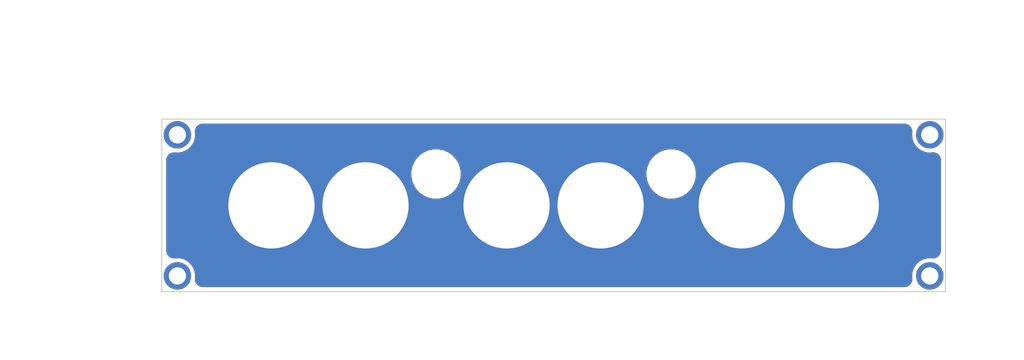
<source format=kicad_pcb>
(kicad_pcb (version 4) (host pcbnew 4.0.7)

  (general
    (links 5)
    (no_connects 0)
    (area 129.150001 100.3 263.85 147.700001)
    (thickness 1.6)
    (drawings 32)
    (tracks 0)
    (zones 0)
    (modules 12)
    (nets 2)
  )

  (page A4)
  (layers
    (0 F.Cu signal)
    (31 B.Cu signal)
    (36 B.SilkS user)
    (37 F.SilkS user)
    (38 B.Mask user)
    (39 F.Mask user)
    (41 Cmts.User user)
    (44 Edge.Cuts user)
  )

  (setup
    (last_trace_width 0.1524)
    (trace_clearance 0.1524)
    (zone_clearance 0.5)
    (zone_45_only no)
    (trace_min 0.1524)
    (segment_width 0.2)
    (edge_width 0.15)
    (via_size 0.6858)
    (via_drill 0.3302)
    (via_min_size 0.6858)
    (via_min_drill 0.3302)
    (uvia_size 0.6858)
    (uvia_drill 0.3302)
    (uvias_allowed no)
    (uvia_min_size 0.6858)
    (uvia_min_drill 0.3302)
    (pcb_text_width 0.3)
    (pcb_text_size 1.5 1.5)
    (mod_edge_width 0.15)
    (mod_text_size 1 1)
    (mod_text_width 0.15)
    (pad_size 1.524 1.524)
    (pad_drill 0.762)
    (pad_to_mask_clearance 0.2)
    (aux_axis_origin 0 0)
    (visible_elements 7FFFFFFF)
    (pcbplotparams
      (layerselection 0x010f0_80000001)
      (usegerberextensions false)
      (excludeedgelayer false)
      (linewidth 0.100000)
      (plotframeref false)
      (viasonmask true)
      (mode 1)
      (useauxorigin false)
      (hpglpennumber 1)
      (hpglpenspeed 20)
      (hpglpendiameter 15)
      (hpglpenoverlay 2)
      (psnegative false)
      (psa4output false)
      (plotreference true)
      (plotvalue false)
      (plotinvisibletext false)
      (padsonsilk true)
      (subtractmaskfromsilk false)
      (outputformat 4)
      (mirror false)
      (drillshape 2)
      (scaleselection 1)
      (outputdirectory PDF/))
  )

  (net 0 "")
  (net 1 shield)

  (net_class Default "This is the default net class."
    (clearance 0.1524)
    (trace_width 0.1524)
    (via_dia 0.6858)
    (via_drill 0.3302)
    (uvia_dia 0.6858)
    (uvia_drill 0.3302)
    (add_net shield)
  )

  (module Mounting_Holes:MountingHole_5.3mm_M5 (layer F.Cu) (tedit 5B432B3E) (tstamp 5B4329EF)
    (at 215 122)
    (descr "Mounting Hole 5.3mm, no annular, M5")
    (tags "mounting hole 5.3mm no annular m5")
    (attr virtual)
    (fp_text reference REF** (at 0 -8) (layer F.SilkS) hide
      (effects (font (size 1 1) (thickness 0.15)))
    )
    (fp_text value MountingHole_5.3mm_M5 (at 0 6.3) (layer F.Fab)
      (effects (font (size 1 1) (thickness 0.15)))
    )
    (fp_text user %R (at 0.3 0) (layer F.Fab)
      (effects (font (size 1 1) (thickness 0.15)))
    )
    (fp_circle (center 0 0) (end 5.3 0) (layer Cmts.User) (width 0.15))
    (fp_circle (center 0 0) (end 5.55 0) (layer F.CrtYd) (width 0.05))
    (pad 1 np_thru_hole circle (at 0 0) (size 5.3 5.3) (drill 5.3) (layers *.Cu *.Mask))
  )

  (module Mounting_Holes:MountingHole_2.2mm_M2_ISO7380_Pad (layer F.Cu) (tedit 5B432677) (tstamp 5B4322C8)
    (at 152 135)
    (descr "Mounting Hole 2.2mm, M2, ISO7380")
    (tags "mounting hole 2.2mm m2 iso7380")
    (attr virtual)
    (fp_text reference REF** (at 0 3) (layer F.SilkS) hide
      (effects (font (size 1 1) (thickness 0.15)))
    )
    (fp_text value MountingHole_2.2mm_M2_ISO7380_Pad (at 0 2.75) (layer F.Fab)
      (effects (font (size 1 1) (thickness 0.15)))
    )
    (fp_text user %R (at 0.3 0) (layer F.Fab)
      (effects (font (size 1 1) (thickness 0.15)))
    )
    (fp_circle (center 0 0) (end 1.75 0) (layer Cmts.User) (width 0.15))
    (fp_circle (center 0 0) (end 2 0) (layer F.CrtYd) (width 0.05))
    (pad 1 thru_hole circle (at 0 0) (size 3.5 3.5) (drill 2.2) (layers *.Cu *.Mask))
  )

  (module Mounting_Holes:MountingHole_2.2mm_M2_ISO7380_Pad (layer F.Cu) (tedit 5B43267E) (tstamp 5B4322B7)
    (at 152 117)
    (descr "Mounting Hole 2.2mm, M2, ISO7380")
    (tags "mounting hole 2.2mm m2 iso7380")
    (attr virtual)
    (fp_text reference REF** (at 0 -2.75) (layer F.SilkS) hide
      (effects (font (size 1 1) (thickness 0.15)))
    )
    (fp_text value MountingHole_2.2mm_M2_ISO7380_Pad (at 0 2.75) (layer F.Fab)
      (effects (font (size 1 1) (thickness 0.15)))
    )
    (fp_text user %R (at 0.3 0) (layer F.Fab)
      (effects (font (size 1 1) (thickness 0.15)))
    )
    (fp_circle (center 0 0) (end 1.75 0) (layer Cmts.User) (width 0.15))
    (fp_circle (center 0 0) (end 2 0) (layer F.CrtYd) (width 0.05))
    (pad 1 thru_hole circle (at 0 0) (size 3.5 3.5) (drill 2.2) (layers *.Cu *.Mask))
  )

  (module Mounting_Holes:MountingHole_2.2mm_M2_ISO7380_Pad (layer F.Cu) (tedit 5B432686) (tstamp 5B4322F4)
    (at 248 117)
    (descr "Mounting Hole 2.2mm, M2, ISO7380")
    (tags "mounting hole 2.2mm m2 iso7380")
    (attr virtual)
    (fp_text reference REF** (at 0 -2.75) (layer F.SilkS) hide
      (effects (font (size 1 1) (thickness 0.15)))
    )
    (fp_text value MountingHole_2.2mm_M2_ISO7380_Pad (at 0 2.75) (layer F.Fab)
      (effects (font (size 1 1) (thickness 0.15)))
    )
    (fp_text user %R (at 0.3 0) (layer F.Fab)
      (effects (font (size 1 1) (thickness 0.15)))
    )
    (fp_circle (center 0 0) (end 1.75 0) (layer Cmts.User) (width 0.15))
    (fp_circle (center 0 0) (end 2 0) (layer F.CrtYd) (width 0.05))
    (pad 1 thru_hole circle (at 0 0) (size 3.5 3.5) (drill 2.2) (layers *.Cu *.Mask))
  )

  (module Mounting_Holes:MountingHole_2.2mm_M2_ISO7380_Pad (layer F.Cu) (tedit 5B43268D) (tstamp 5B4322FC)
    (at 248 135)
    (descr "Mounting Hole 2.2mm, M2, ISO7380")
    (tags "mounting hole 2.2mm m2 iso7380")
    (attr virtual)
    (fp_text reference REF** (at 0 3) (layer F.SilkS) hide
      (effects (font (size 1 1) (thickness 0.15)))
    )
    (fp_text value MountingHole_2.2mm_M2_ISO7380_Pad (at 0 2.75) (layer F.Fab)
      (effects (font (size 1 1) (thickness 0.15)))
    )
    (fp_text user %R (at 0.3 0) (layer F.Fab)
      (effects (font (size 1 1) (thickness 0.15)))
    )
    (fp_circle (center 0 0) (end 1.75 0) (layer Cmts.User) (width 0.15))
    (fp_circle (center 0 0) (end 2 0) (layer F.CrtYd) (width 0.05))
    (pad 1 thru_hole circle (at 0 0) (size 3.5 3.5) (drill 2.2) (layers *.Cu *.Mask))
  )

  (module Mounting_Holes:MountingHole_5.3mm_M5 (layer F.Cu) (tedit 5B432B32) (tstamp 5B4329D2)
    (at 185 122)
    (descr "Mounting Hole 5.3mm, no annular, M5")
    (tags "mounting hole 5.3mm no annular m5")
    (attr virtual)
    (fp_text reference REF** (at 0 -8) (layer F.SilkS) hide
      (effects (font (size 1 1) (thickness 0.15)))
    )
    (fp_text value MountingHole_5.3mm_M5 (at 0 6.3) (layer F.Fab)
      (effects (font (size 1 1) (thickness 0.15)))
    )
    (fp_text user %R (at 0.3 0) (layer F.Fab)
      (effects (font (size 1 1) (thickness 0.15)))
    )
    (fp_circle (center 0 0) (end 5.3 0) (layer Cmts.User) (width 0.15))
    (fp_circle (center 0 0) (end 5.55 0) (layer F.CrtYd) (width 0.05))
    (pad 1 np_thru_hole circle (at 0 0) (size 5.3 5.3) (drill 5.3) (layers *.Cu *.Mask))
  )

  (module coverfootprint:MountingHole_11mm_Pad (layer F.Cu) (tedit 5B434C0D) (tstamp 5B434CA1)
    (at 236 126)
    (descr "Mounting Hole 8.4mm, M8")
    (tags "mounting hole 8.4mm m8")
    (path /5B4348BF)
    (attr virtual)
    (fp_text reference J1 (at 0 -9.4) (layer F.SilkS) hide
      (effects (font (size 1 1) (thickness 0.15)))
    )
    (fp_text value Conn_01x01 (at 0 9.4) (layer F.Fab) hide
      (effects (font (size 1 1) (thickness 0.15)))
    )
    (fp_text user %R (at 0 -10.9) (layer F.Fab) hide
      (effects (font (size 1 1) (thickness 0.15)))
    )
    (pad 1 thru_hole circle (at 0 0) (size 13 13) (drill 11) (layers *.Cu *.Mask)
      (net 1 shield))
  )

  (module coverfootprint:MountingHole_11mm_Pad (layer F.Cu) (tedit 5B434C0D) (tstamp 5B434CA7)
    (at 224 126)
    (descr "Mounting Hole 8.4mm, M8")
    (tags "mounting hole 8.4mm m8")
    (path /5B4348F0)
    (attr virtual)
    (fp_text reference J2 (at 0 -9.4) (layer F.SilkS) hide
      (effects (font (size 1 1) (thickness 0.15)))
    )
    (fp_text value Conn_01x01 (at 0 9.4) (layer F.Fab) hide
      (effects (font (size 1 1) (thickness 0.15)))
    )
    (fp_text user %R (at 0 -10.9) (layer F.Fab) hide
      (effects (font (size 1 1) (thickness 0.15)))
    )
    (pad 1 thru_hole circle (at 0 0) (size 13 13) (drill 11) (layers *.Cu *.Mask)
      (net 1 shield))
  )

  (module coverfootprint:MountingHole_11mm_Pad (layer F.Cu) (tedit 5B434C0D) (tstamp 5B434CAD)
    (at 206 126)
    (descr "Mounting Hole 8.4mm, M8")
    (tags "mounting hole 8.4mm m8")
    (path /5B43490A)
    (attr virtual)
    (fp_text reference J3 (at 0 -9.4) (layer F.SilkS) hide
      (effects (font (size 1 1) (thickness 0.15)))
    )
    (fp_text value Conn_01x01 (at 0 9.4) (layer F.Fab) hide
      (effects (font (size 1 1) (thickness 0.15)))
    )
    (fp_text user %R (at 0 -10.9) (layer F.Fab) hide
      (effects (font (size 1 1) (thickness 0.15)))
    )
    (pad 1 thru_hole circle (at 0 0) (size 13 13) (drill 11) (layers *.Cu *.Mask)
      (net 1 shield))
  )

  (module coverfootprint:MountingHole_11mm_Pad (layer F.Cu) (tedit 5B434C0D) (tstamp 5B434CB3)
    (at 194 126)
    (descr "Mounting Hole 8.4mm, M8")
    (tags "mounting hole 8.4mm m8")
    (path /5B434929)
    (attr virtual)
    (fp_text reference J4 (at 0 -9.4) (layer F.SilkS) hide
      (effects (font (size 1 1) (thickness 0.15)))
    )
    (fp_text value Conn_01x01 (at 0 9.4) (layer F.Fab) hide
      (effects (font (size 1 1) (thickness 0.15)))
    )
    (fp_text user %R (at 0 -10.9) (layer F.Fab) hide
      (effects (font (size 1 1) (thickness 0.15)))
    )
    (pad 1 thru_hole circle (at 0 0) (size 13 13) (drill 11) (layers *.Cu *.Mask)
      (net 1 shield))
  )

  (module coverfootprint:MountingHole_11mm_Pad (layer F.Cu) (tedit 5B434C0D) (tstamp 5B434CB9)
    (at 176 126)
    (descr "Mounting Hole 8.4mm, M8")
    (tags "mounting hole 8.4mm m8")
    (path /5B434949)
    (attr virtual)
    (fp_text reference J5 (at 0 -9.4) (layer F.SilkS) hide
      (effects (font (size 1 1) (thickness 0.15)))
    )
    (fp_text value Conn_01x01 (at 0 9.4) (layer F.Fab) hide
      (effects (font (size 1 1) (thickness 0.15)))
    )
    (fp_text user %R (at 0 -10.9) (layer F.Fab) hide
      (effects (font (size 1 1) (thickness 0.15)))
    )
    (pad 1 thru_hole circle (at 0 0) (size 13 13) (drill 11) (layers *.Cu *.Mask)
      (net 1 shield))
  )

  (module coverfootprint:MountingHole_11mm_Pad (layer F.Cu) (tedit 5B434C0D) (tstamp 5B434CBF)
    (at 164 126)
    (descr "Mounting Hole 8.4mm, M8")
    (tags "mounting hole 8.4mm m8")
    (path /5B43496C)
    (attr virtual)
    (fp_text reference J6 (at 0 -9.4) (layer F.SilkS) hide
      (effects (font (size 1 1) (thickness 0.15)))
    )
    (fp_text value Conn_01x01 (at 0 9.4) (layer F.Fab) hide
      (effects (font (size 1 1) (thickness 0.15)))
    )
    (fp_text user %R (at 0 -10.9) (layer F.Fab) hide
      (effects (font (size 1 1) (thickness 0.15)))
    )
    (pad 1 thru_hole circle (at 0 0) (size 13 13) (drill 11) (layers *.Cu *.Mask)
      (net 1 shield))
  )

  (gr_text pierremuth.wordpress.com (at 237 135) (layer B.Mask) (tstamp 5B432C89)
    (effects (font (size 1 0.8) (thickness 0.1)) (justify mirror))
  )
  (gr_text mini-nixie (at 158.5 135) (layer B.Mask) (tstamp 5B432C7D)
    (effects (font (size 1 0.8) (thickness 0.1)) (justify mirror))
  )
  (gr_text mini-nixie (at 158.5 135) (layer F.Mask) (tstamp 5B432C29)
    (effects (font (size 1 0.8) (thickness 0.1)))
  )
  (gr_text pierremuth.wordpress.com (at 237 135) (layer F.Mask)
    (effects (font (size 1 0.8) (thickness 0.1)))
  )
  (dimension 7 (width 0.3) (layer Cmts.User)
    (gr_text "7,000 mm" (at 257.35 118.5 270) (layer Cmts.User)
      (effects (font (size 1.5 1.5) (thickness 0.3)))
    )
    (feature1 (pts (xy 250 122) (xy 258.7 122)))
    (feature2 (pts (xy 250 115) (xy 258.7 115)))
    (crossbar (pts (xy 256 115) (xy 256 122)))
    (arrow1a (pts (xy 256 122) (xy 255.413579 120.873496)))
    (arrow1b (pts (xy 256 122) (xy 256.586421 120.873496)))
    (arrow2a (pts (xy 256 115) (xy 255.413579 116.126504)))
    (arrow2b (pts (xy 256 115) (xy 256.586421 116.126504)))
  )
  (gr_line (start 150 122) (end 250 122) (layer Cmts.User) (width 0.2))
  (dimension 7 (width 0.3) (layer Cmts.User)
    (gr_text "7,000 mm" (at 143.65 118.5 270) (layer Cmts.User) (tstamp 5B43C5F9)
      (effects (font (size 1.5 1.5) (thickness 0.3)))
    )
    (feature1 (pts (xy 150 122) (xy 142.3 122)))
    (feature2 (pts (xy 150 115) (xy 142.3 115)))
    (crossbar (pts (xy 145 115) (xy 145 122)))
    (arrow1a (pts (xy 145 122) (xy 144.413579 120.873496)))
    (arrow1b (pts (xy 145 122) (xy 145.586421 120.873496)))
    (arrow2a (pts (xy 145 115) (xy 144.413579 116.126504)))
    (arrow2b (pts (xy 145 115) (xy 145.586421 116.126504)))
  )
  (gr_line (start 185 115) (end 185 137) (layer Cmts.User) (width 0.2))
  (gr_line (start 215 115) (end 215 137) (layer Cmts.User) (width 0.2))
  (dimension 35 (width 0.3) (layer Cmts.User)
    (gr_text "35.000 mm" (at 232.5 108.65) (layer Cmts.User)
      (effects (font (size 1.5 1.5) (thickness 0.3)))
    )
    (feature1 (pts (xy 215 115) (xy 215 107.3)))
    (feature2 (pts (xy 250 115) (xy 250 107.3)))
    (crossbar (pts (xy 250 110) (xy 215 110)))
    (arrow1a (pts (xy 215 110) (xy 216.126504 109.413579)))
    (arrow1b (pts (xy 215 110) (xy 216.126504 110.586421)))
    (arrow2a (pts (xy 250 110) (xy 248.873496 109.413579)))
    (arrow2b (pts (xy 250 110) (xy 248.873496 110.586421)))
  )
  (dimension 35 (width 0.3) (layer Cmts.User)
    (gr_text "35.000 mm" (at 167.5 108.65) (layer Cmts.User)
      (effects (font (size 1.5 1.5) (thickness 0.3)))
    )
    (feature1 (pts (xy 185 115) (xy 185 107.3)))
    (feature2 (pts (xy 150 115) (xy 150 107.3)))
    (crossbar (pts (xy 150 110) (xy 185 110)))
    (arrow1a (pts (xy 185 110) (xy 183.873496 110.586421)))
    (arrow1b (pts (xy 185 110) (xy 183.873496 109.413579)))
    (arrow2a (pts (xy 150 110) (xy 151.126504 110.586421)))
    (arrow2b (pts (xy 150 110) (xy 151.126504 109.413579)))
  )
  (gr_line (start 224 137) (end 224 115) (layer Cmts.User) (width 0.2))
  (gr_line (start 206 137) (end 206 115) (layer Cmts.User) (width 0.2))
  (gr_line (start 194 137) (end 194 115) (layer Cmts.User) (width 0.2))
  (gr_line (start 176 137) (end 176 115) (layer Cmts.User) (width 0.2))
  (gr_line (start 164 137) (end 164 115) (layer Cmts.User) (width 0.2))
  (gr_line (start 250 126) (end 150 126) (layer Cmts.User) (width 0.2))
  (gr_line (start 236 137) (end 236 115) (layer Cmts.User) (width 0.2))
  (dimension 11 (width 0.3) (layer Cmts.User)
    (gr_text "11.000 mm" (at 257.35 131.5 90) (layer Cmts.User)
      (effects (font (size 1.5 1.5) (thickness 0.3)))
    )
    (feature1 (pts (xy 250 126) (xy 258.7 126)))
    (feature2 (pts (xy 250 137) (xy 258.7 137)))
    (crossbar (pts (xy 256 137) (xy 256 126)))
    (arrow1a (pts (xy 256 126) (xy 256.586421 127.126504)))
    (arrow1b (pts (xy 256 126) (xy 255.413579 127.126504)))
    (arrow2a (pts (xy 256 137) (xy 256.586421 135.873496)))
    (arrow2b (pts (xy 256 137) (xy 255.413579 135.873496)))
  )
  (dimension 14 (width 0.3) (layer Cmts.User)
    (gr_text "14.000 mm" (at 243 146.35) (layer Cmts.User)
      (effects (font (size 1.5 1.5) (thickness 0.3)))
    )
    (feature1 (pts (xy 250 137) (xy 250 147.7)))
    (feature2 (pts (xy 236 137) (xy 236 147.7)))
    (crossbar (pts (xy 236 145) (xy 250 145)))
    (arrow1a (pts (xy 250 145) (xy 248.873496 145.586421)))
    (arrow1b (pts (xy 250 145) (xy 248.873496 144.413579)))
    (arrow2a (pts (xy 236 145) (xy 237.126504 145.586421)))
    (arrow2b (pts (xy 236 145) (xy 237.126504 144.413579)))
  )
  (dimension 12 (width 0.3) (layer Cmts.User)
    (gr_text "12.000 mm" (at 230 142.35) (layer Cmts.User)
      (effects (font (size 1.5 1.5) (thickness 0.3)))
    )
    (feature1 (pts (xy 236 137) (xy 236 143.7)))
    (feature2 (pts (xy 224 137) (xy 224 143.7)))
    (crossbar (pts (xy 224 141) (xy 236 141)))
    (arrow1a (pts (xy 236 141) (xy 234.873496 141.586421)))
    (arrow1b (pts (xy 236 141) (xy 234.873496 140.413579)))
    (arrow2a (pts (xy 224 141) (xy 225.126504 141.586421)))
    (arrow2b (pts (xy 224 141) (xy 225.126504 140.413579)))
  )
  (dimension 18 (width 0.3) (layer Cmts.User)
    (gr_text "18.000 mm" (at 215 146.35) (layer Cmts.User)
      (effects (font (size 1.5 1.5) (thickness 0.3)))
    )
    (feature1 (pts (xy 224 137) (xy 224 147.7)))
    (feature2 (pts (xy 206 137) (xy 206 147.7)))
    (crossbar (pts (xy 206 145) (xy 224 145)))
    (arrow1a (pts (xy 224 145) (xy 222.873496 145.586421)))
    (arrow1b (pts (xy 224 145) (xy 222.873496 144.413579)))
    (arrow2a (pts (xy 206 145) (xy 207.126504 145.586421)))
    (arrow2b (pts (xy 206 145) (xy 207.126504 144.413579)))
  )
  (dimension 12 (width 0.3) (layer Cmts.User)
    (gr_text "12.000 mm" (at 200 142.35) (layer Cmts.User)
      (effects (font (size 1.5 1.5) (thickness 0.3)))
    )
    (feature1 (pts (xy 206 137) (xy 206 143.7)))
    (feature2 (pts (xy 194 137) (xy 194 143.7)))
    (crossbar (pts (xy 194 141) (xy 206 141)))
    (arrow1a (pts (xy 206 141) (xy 204.873496 141.586421)))
    (arrow1b (pts (xy 206 141) (xy 204.873496 140.413579)))
    (arrow2a (pts (xy 194 141) (xy 195.126504 141.586421)))
    (arrow2b (pts (xy 194 141) (xy 195.126504 140.413579)))
  )
  (dimension 18 (width 0.3) (layer Cmts.User)
    (gr_text "18.000 mm" (at 185 146.35) (layer Cmts.User)
      (effects (font (size 1.5 1.5) (thickness 0.3)))
    )
    (feature1 (pts (xy 194 137) (xy 194 147.7)))
    (feature2 (pts (xy 176 137) (xy 176 147.7)))
    (crossbar (pts (xy 176 145) (xy 194 145)))
    (arrow1a (pts (xy 194 145) (xy 192.873496 145.586421)))
    (arrow1b (pts (xy 194 145) (xy 192.873496 144.413579)))
    (arrow2a (pts (xy 176 145) (xy 177.126504 145.586421)))
    (arrow2b (pts (xy 176 145) (xy 177.126504 144.413579)))
  )
  (dimension 12 (width 0.3) (layer Cmts.User)
    (gr_text "12.000 mm" (at 170 142.35) (layer Cmts.User)
      (effects (font (size 1.5 1.5) (thickness 0.3)))
    )
    (feature1 (pts (xy 176 137) (xy 176 143.7)))
    (feature2 (pts (xy 164 137) (xy 164 143.7)))
    (crossbar (pts (xy 164 141) (xy 176 141)))
    (arrow1a (pts (xy 176 141) (xy 174.873496 141.586421)))
    (arrow1b (pts (xy 176 141) (xy 174.873496 140.413579)))
    (arrow2a (pts (xy 164 141) (xy 165.126504 141.586421)))
    (arrow2b (pts (xy 164 141) (xy 165.126504 140.413579)))
  )
  (dimension 14 (width 0.3) (layer Cmts.User)
    (gr_text "14.000 mm" (at 157 146.35) (layer Cmts.User)
      (effects (font (size 1.5 1.5) (thickness 0.3)))
    )
    (feature1 (pts (xy 164 137) (xy 164 147.7)))
    (feature2 (pts (xy 150 137) (xy 150 147.7)))
    (crossbar (pts (xy 150 145) (xy 164 145)))
    (arrow1a (pts (xy 164 145) (xy 162.873496 145.586421)))
    (arrow1b (pts (xy 164 145) (xy 162.873496 144.413579)))
    (arrow2a (pts (xy 150 145) (xy 151.126504 145.586421)))
    (arrow2b (pts (xy 150 145) (xy 151.126504 144.413579)))
  )
  (dimension 22 (width 0.3) (layer Cmts.User)
    (gr_text "22.000 mm" (at 135.65 126 270) (layer Cmts.User)
      (effects (font (size 1.5 1.5) (thickness 0.3)))
    )
    (feature1 (pts (xy 150 137) (xy 134.3 137)))
    (feature2 (pts (xy 150 115) (xy 134.3 115)))
    (crossbar (pts (xy 137 115) (xy 137 137)))
    (arrow1a (pts (xy 137 137) (xy 136.413579 135.873496)))
    (arrow1b (pts (xy 137 137) (xy 137.586421 135.873496)))
    (arrow2a (pts (xy 137 115) (xy 136.413579 116.126504)))
    (arrow2b (pts (xy 137 115) (xy 137.586421 116.126504)))
  )
  (dimension 100 (width 0.3) (layer Cmts.User)
    (gr_text "100.000 mm" (at 200 101.65) (layer Cmts.User)
      (effects (font (size 1.5 1.5) (thickness 0.3)))
    )
    (feature1 (pts (xy 250 115) (xy 250 100.3)))
    (feature2 (pts (xy 150 115) (xy 150 100.3)))
    (crossbar (pts (xy 150 103) (xy 250 103)))
    (arrow1a (pts (xy 250 103) (xy 248.873496 103.586421)))
    (arrow1b (pts (xy 250 103) (xy 248.873496 102.413579)))
    (arrow2a (pts (xy 150 103) (xy 151.126504 103.586421)))
    (arrow2b (pts (xy 150 103) (xy 151.126504 102.413579)))
  )
  (gr_line (start 150 137) (end 150 115) (angle 90) (layer Edge.Cuts) (width 0.15) (tstamp 5B432214))
  (gr_line (start 250 137) (end 150 137) (angle 90) (layer Edge.Cuts) (width 0.15) (tstamp 5B43220B))
  (gr_line (start 250 115) (end 150 115) (angle 90) (layer Edge.Cuts) (width 0.15))
  (gr_line (start 250 137) (end 250 115) (angle 90) (layer Edge.Cuts) (width 0.15))

  (zone (net 1) (net_name shield) (layer F.Cu) (tstamp 5B4323C3) (hatch edge 0.508)
    (connect_pads yes (clearance 0.5))
    (min_thickness 2)
    (fill yes (arc_segments 32) (thermal_gap 0.5) (thermal_bridge_width 0.6) (smoothing chamfer))
    (polygon
      (pts
        (xy 250 115) (xy 150 115) (xy 150 137) (xy 250 137) (xy 250 127)
      )
    )
    (filled_polygon
      (pts
        (xy 244.754627 116.635973) (xy 244.745728 117.273269) (xy 244.860784 117.900156) (xy 245.095411 118.492756) (xy 245.440673 119.028498)
        (xy 245.883419 119.486975) (xy 246.406785 119.850723) (xy 246.990835 120.105889) (xy 247.613325 120.242752) (xy 248.250543 120.2561)
        (xy 248.425 120.225339) (xy 248.425 131.769334) (xy 248.341361 131.752165) (xy 247.704019 131.747715) (xy 247.07795 131.867144)
        (xy 246.487003 132.105903) (xy 245.953684 132.454897) (xy 245.49831 132.900832) (xy 245.138223 133.426725) (xy 244.887141 134.012543)
        (xy 244.754627 134.635973) (xy 244.745728 135.273269) (xy 244.773576 135.425) (xy 155.236408 135.425) (xy 155.239974 135.409304)
        (xy 155.250139 134.681321) (xy 155.126342 134.056102) (xy 154.883464 133.466835) (xy 154.530756 132.935966) (xy 154.081651 132.483716)
        (xy 153.553258 132.12731) (xy 152.965701 131.880324) (xy 152.341361 131.752165) (xy 151.704019 131.747715) (xy 151.575 131.772327)
        (xy 151.575 122.348943) (xy 180.844545 122.348943) (xy 180.991462 123.14943) (xy 181.291063 123.906135) (xy 181.731936 124.590236)
        (xy 182.297288 125.175676) (xy 182.965586 125.640155) (xy 183.711374 125.965982) (xy 184.506246 126.140746) (xy 185.319924 126.15779)
        (xy 186.121417 126.016465) (xy 186.880195 125.722154) (xy 187.567358 125.286068) (xy 188.15673 124.724816) (xy 188.625863 124.059777)
        (xy 188.956889 123.316282) (xy 189.137198 122.52265) (xy 189.139623 122.348943) (xy 210.844545 122.348943) (xy 210.991462 123.14943)
        (xy 211.291063 123.906135) (xy 211.731936 124.590236) (xy 212.297288 125.175676) (xy 212.965586 125.640155) (xy 213.711374 125.965982)
        (xy 214.506246 126.140746) (xy 215.319924 126.15779) (xy 216.121417 126.016465) (xy 216.880195 125.722154) (xy 217.567358 125.286068)
        (xy 218.15673 124.724816) (xy 218.625863 124.059777) (xy 218.956889 123.316282) (xy 219.137198 122.52265) (xy 219.150178 121.593072)
        (xy 218.992099 120.794714) (xy 218.681962 120.042266) (xy 218.231581 119.364387) (xy 217.658109 118.786898) (xy 216.983391 118.331795)
        (xy 216.233126 118.016413) (xy 215.435892 117.852764) (xy 214.622055 117.847082) (xy 213.822614 117.999584) (xy 213.068018 118.30446)
        (xy 212.387012 118.750098) (xy 211.805533 119.319524) (xy 211.345731 119.991049) (xy 211.025119 120.739093) (xy 210.855908 121.535166)
        (xy 210.844545 122.348943) (xy 189.139623 122.348943) (xy 189.150178 121.593072) (xy 188.992099 120.794714) (xy 188.681962 120.042266)
        (xy 188.231581 119.364387) (xy 187.658109 118.786898) (xy 186.983391 118.331795) (xy 186.233126 118.016413) (xy 185.435892 117.852764)
        (xy 184.622055 117.847082) (xy 183.822614 117.999584) (xy 183.068018 118.30446) (xy 182.387012 118.750098) (xy 181.805533 119.319524)
        (xy 181.345731 119.991049) (xy 181.025119 120.739093) (xy 180.855908 121.535166) (xy 180.844545 122.348943) (xy 151.575 122.348943)
        (xy 151.575 120.234326) (xy 151.613325 120.242752) (xy 152.250543 120.2561) (xy 152.878218 120.145424) (xy 153.472442 119.91494)
        (xy 154.010581 119.573426) (xy 154.472138 119.133892) (xy 154.839531 118.613078) (xy 155.098768 118.030823) (xy 155.239974 117.409304)
        (xy 155.250139 116.681321) (xy 155.229087 116.575) (xy 244.767587 116.575)
      )
    )
  )
  (zone (net 1) (net_name shield) (layer B.Cu) (tstamp 5B432507) (hatch edge 0.508)
    (connect_pads yes (clearance 0.5))
    (min_thickness 2)
    (fill yes (arc_segments 32) (thermal_gap 0.5) (thermal_bridge_width 0.6) (smoothing chamfer))
    (polygon
      (pts
        (xy 250 115) (xy 150 115) (xy 150 137) (xy 250 137)
      )
    )
    (filled_polygon
      (pts
        (xy 244.754627 116.635973) (xy 244.745728 117.273269) (xy 244.860784 117.900156) (xy 245.095411 118.492756) (xy 245.440673 119.028498)
        (xy 245.883419 119.486975) (xy 246.406785 119.850723) (xy 246.990835 120.105889) (xy 247.613325 120.242752) (xy 248.250543 120.2561)
        (xy 248.425 120.225339) (xy 248.425 131.769334) (xy 248.341361 131.752165) (xy 247.704019 131.747715) (xy 247.07795 131.867144)
        (xy 246.487003 132.105903) (xy 245.953684 132.454897) (xy 245.49831 132.900832) (xy 245.138223 133.426725) (xy 244.887141 134.012543)
        (xy 244.754627 134.635973) (xy 244.745728 135.273269) (xy 244.773576 135.425) (xy 155.236408 135.425) (xy 155.239974 135.409304)
        (xy 155.250139 134.681321) (xy 155.126342 134.056102) (xy 154.883464 133.466835) (xy 154.530756 132.935966) (xy 154.081651 132.483716)
        (xy 153.553258 132.12731) (xy 152.965701 131.880324) (xy 152.341361 131.752165) (xy 151.704019 131.747715) (xy 151.575 131.772327)
        (xy 151.575 122.348943) (xy 180.844545 122.348943) (xy 180.991462 123.14943) (xy 181.291063 123.906135) (xy 181.731936 124.590236)
        (xy 182.297288 125.175676) (xy 182.965586 125.640155) (xy 183.711374 125.965982) (xy 184.506246 126.140746) (xy 185.319924 126.15779)
        (xy 186.121417 126.016465) (xy 186.880195 125.722154) (xy 187.567358 125.286068) (xy 188.15673 124.724816) (xy 188.625863 124.059777)
        (xy 188.956889 123.316282) (xy 189.137198 122.52265) (xy 189.139623 122.348943) (xy 210.844545 122.348943) (xy 210.991462 123.14943)
        (xy 211.291063 123.906135) (xy 211.731936 124.590236) (xy 212.297288 125.175676) (xy 212.965586 125.640155) (xy 213.711374 125.965982)
        (xy 214.506246 126.140746) (xy 215.319924 126.15779) (xy 216.121417 126.016465) (xy 216.880195 125.722154) (xy 217.567358 125.286068)
        (xy 218.15673 124.724816) (xy 218.625863 124.059777) (xy 218.956889 123.316282) (xy 219.137198 122.52265) (xy 219.150178 121.593072)
        (xy 218.992099 120.794714) (xy 218.681962 120.042266) (xy 218.231581 119.364387) (xy 217.658109 118.786898) (xy 216.983391 118.331795)
        (xy 216.233126 118.016413) (xy 215.435892 117.852764) (xy 214.622055 117.847082) (xy 213.822614 117.999584) (xy 213.068018 118.30446)
        (xy 212.387012 118.750098) (xy 211.805533 119.319524) (xy 211.345731 119.991049) (xy 211.025119 120.739093) (xy 210.855908 121.535166)
        (xy 210.844545 122.348943) (xy 189.139623 122.348943) (xy 189.150178 121.593072) (xy 188.992099 120.794714) (xy 188.681962 120.042266)
        (xy 188.231581 119.364387) (xy 187.658109 118.786898) (xy 186.983391 118.331795) (xy 186.233126 118.016413) (xy 185.435892 117.852764)
        (xy 184.622055 117.847082) (xy 183.822614 117.999584) (xy 183.068018 118.30446) (xy 182.387012 118.750098) (xy 181.805533 119.319524)
        (xy 181.345731 119.991049) (xy 181.025119 120.739093) (xy 180.855908 121.535166) (xy 180.844545 122.348943) (xy 151.575 122.348943)
        (xy 151.575 120.234326) (xy 151.613325 120.242752) (xy 152.250543 120.2561) (xy 152.878218 120.145424) (xy 153.472442 119.91494)
        (xy 154.010581 119.573426) (xy 154.472138 119.133892) (xy 154.839531 118.613078) (xy 155.098768 118.030823) (xy 155.239974 117.409304)
        (xy 155.250139 116.681321) (xy 155.229087 116.575) (xy 244.767587 116.575)
      )
    )
  )
)

</source>
